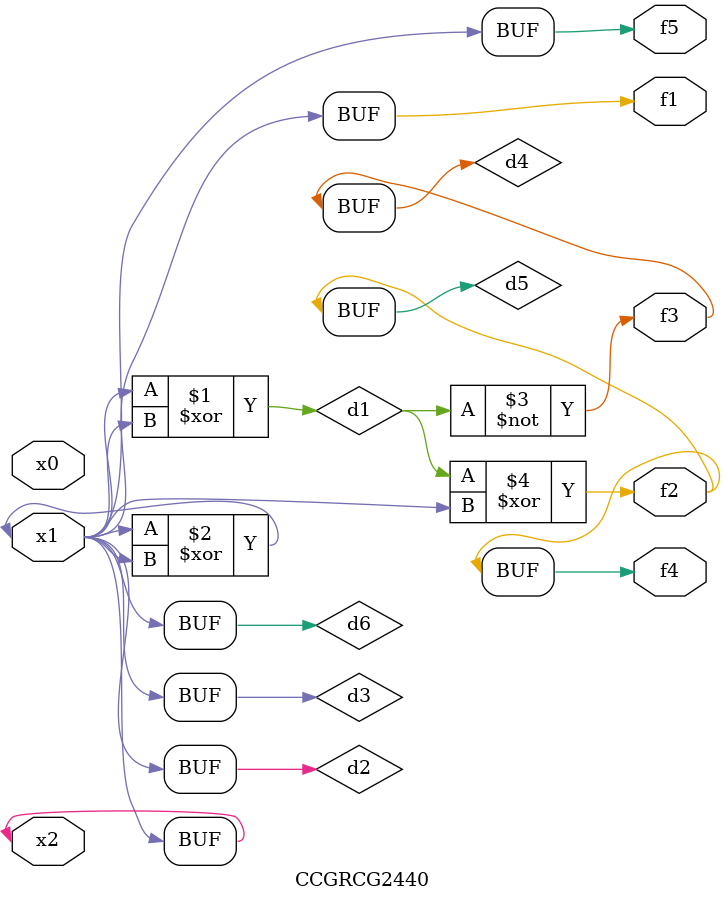
<source format=v>
module CCGRCG2440(
	input x0, x1, x2,
	output f1, f2, f3, f4, f5
);

	wire d1, d2, d3, d4, d5, d6;

	xor (d1, x1, x2);
	buf (d2, x1, x2);
	xor (d3, x1, x2);
	nor (d4, d1);
	xor (d5, d1, d2);
	buf (d6, d2, d3);
	assign f1 = d6;
	assign f2 = d5;
	assign f3 = d4;
	assign f4 = d5;
	assign f5 = d6;
endmodule

</source>
